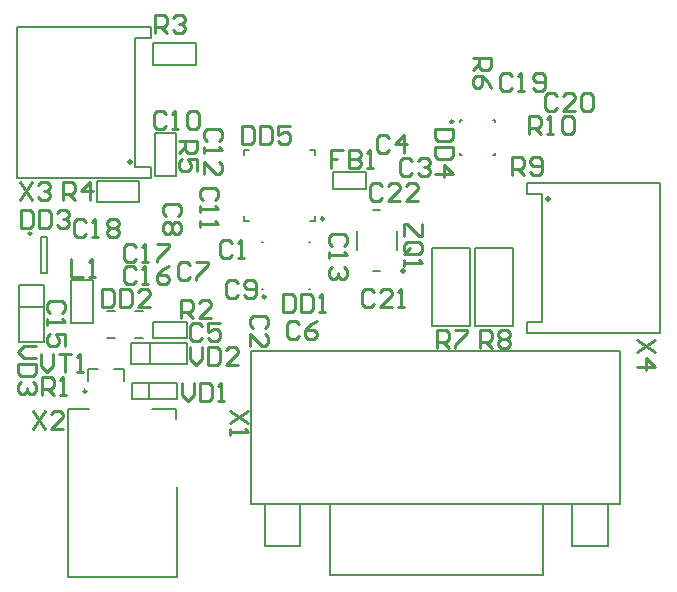
<source format=gto>
G04 Layer_Color=16777215*
%FSLAX43Y43*%
%MOMM*%
G71*
G01*
G75*
%ADD36C,0.250*%
%ADD44C,0.500*%
%ADD46C,0.100*%
%ADD47C,0.200*%
%ADD48C,0.254*%
D36*
X37150Y38625D02*
G03*
X37150Y38625I-125J0D01*
G01*
X26175Y30400D02*
G03*
X26175Y30400I-125J0D01*
G01*
X21250Y23800D02*
G03*
X21250Y23800I-125J0D01*
G01*
X1425Y29150D02*
G03*
X1425Y29150I-125J0D01*
G01*
X6075Y15800D02*
G03*
X6075Y15800I-125J0D01*
G01*
D44*
X45150Y32075D02*
D03*
X9725Y35250D02*
D03*
X32850Y25950D02*
D03*
D46*
X11300Y20325D02*
G03*
X11300Y20325I-50J0D01*
G01*
D47*
X37675Y38600D02*
Y38775D01*
X37850D01*
X40500D02*
X40675D01*
Y38600D02*
Y38775D01*
Y35775D02*
Y35950D01*
X40500Y35775D02*
X40675D01*
X37675D02*
Y35950D01*
Y35775D02*
X37850D01*
X39000Y21325D02*
X42200D01*
Y27925D01*
X39000D02*
X42200D01*
X39000Y21325D02*
Y27925D01*
X35350Y21350D02*
X38550D01*
Y27950D01*
X35350D02*
X38550D01*
X35350Y21350D02*
Y27950D01*
X44650Y21625D02*
Y32525D01*
X43350Y20725D02*
Y21625D01*
X44650D01*
X43350Y32525D02*
X44650D01*
X43350D02*
Y33450D01*
Y20725D02*
X54650D01*
Y33450D01*
X43350D02*
X54650D01*
X11850Y37625D02*
X13650D01*
X11850Y34025D02*
X13650D01*
Y37625D01*
X11850Y34025D02*
Y37625D01*
X6950Y31800D02*
Y33600D01*
X10550Y31800D02*
Y33600D01*
X6950D02*
X10550D01*
X6950Y31800D02*
X10550D01*
X10225Y34800D02*
Y45700D01*
X11525D02*
Y46600D01*
X10225Y45700D02*
X11525D01*
X10225Y34800D02*
X11525D01*
Y33875D02*
Y34800D01*
X225Y46600D02*
X11525D01*
X225Y33875D02*
Y46600D01*
Y33875D02*
X11525D01*
X26925Y34350D02*
X29725D01*
X26925Y32950D02*
X29725D01*
X26925D02*
Y34350D01*
X29725Y32950D02*
Y34350D01*
X32350Y27750D02*
Y29350D01*
X28950Y27750D02*
Y29350D01*
X30350Y25950D02*
X30950D01*
X30350Y31150D02*
X30950D01*
X24975Y36250D02*
X25400D01*
Y35825D02*
Y36250D01*
X19400D02*
X19825D01*
X19400Y35825D02*
Y36250D01*
Y30250D02*
Y30675D01*
Y30250D02*
X19825D01*
X24975D02*
X25400D01*
Y30675D01*
X20975Y24450D02*
X21025D01*
X20975D02*
Y24500D01*
Y28400D02*
Y28450D01*
X21025D01*
X24925D02*
X24975D01*
Y28400D02*
Y28450D01*
X24925Y24450D02*
X24975D01*
Y24500D01*
X20039Y6265D02*
Y19170D01*
X51281D01*
Y6265D02*
Y19170D01*
X20039Y6265D02*
X51281D01*
X26700Y265D02*
Y6265D01*
X44700Y265D02*
Y6265D01*
X26700Y265D02*
X44700D01*
X21200Y2660D02*
X24200D01*
Y6265D01*
X21200Y2660D02*
Y6265D01*
X47200Y2660D02*
Y6265D01*
X50200Y2660D02*
Y6265D01*
X47200Y2660D02*
X50200D01*
X2250Y28850D02*
X2750D01*
X2250Y25850D02*
X2750D01*
X2250D02*
Y28850D01*
X2750Y25850D02*
Y28850D01*
X4800Y25200D02*
X6600D01*
X4800Y21600D02*
X6600D01*
Y25200D01*
X4800Y21600D02*
Y25200D01*
X375Y22900D02*
X2475D01*
X375Y20000D02*
X2475D01*
Y24800D01*
X375D02*
X2475D01*
X375Y20000D02*
Y24800D01*
X10210Y20325D02*
X10850D01*
X7850D02*
X8490D01*
X10210Y22625D02*
X10850D01*
X7850D02*
X8490D01*
X11750Y20275D02*
Y21675D01*
X14550Y20275D02*
Y21675D01*
X11750D02*
X14550D01*
X11750Y20275D02*
X14550D01*
X14575Y18125D02*
Y19925D01*
X9875Y18125D02*
X14575D01*
X9875D02*
Y19925D01*
X14575D01*
X11475Y18125D02*
Y19925D01*
X6250Y16700D02*
Y17700D01*
X7050D01*
X9250Y16700D02*
Y17700D01*
X8450D02*
X9250D01*
X9975Y15125D02*
Y16525D01*
Y15125D02*
X13775D01*
Y16525D01*
X9975D02*
X13775D01*
X11375Y15125D02*
Y16525D01*
X4500Y100D02*
Y14300D01*
X13700Y13450D02*
Y14300D01*
X11600D02*
X13700D01*
X4500Y100D02*
X13725D01*
Y7700D01*
X4500Y14300D02*
X6300D01*
X15325Y43450D02*
Y45250D01*
X11725Y43450D02*
Y45250D01*
Y43450D02*
X15325D01*
X11725Y45250D02*
X15325D01*
D48*
X42091Y42470D02*
X41837Y42724D01*
X41329D01*
X41075Y42470D01*
Y41454D01*
X41329Y41200D01*
X41837D01*
X42091Y41454D01*
X42599Y41200D02*
X43106D01*
X42852D01*
Y42724D01*
X42599Y42470D01*
X43868Y41454D02*
X44122Y41200D01*
X44630D01*
X44884Y41454D01*
Y42470D01*
X44630Y42724D01*
X44122D01*
X43868Y42470D01*
Y42216D01*
X44122Y41962D01*
X44884D01*
X45891Y40820D02*
X45637Y41074D01*
X45129D01*
X44875Y40820D01*
Y39804D01*
X45129Y39550D01*
X45637D01*
X45891Y39804D01*
X47414Y39550D02*
X46399D01*
X47414Y40566D01*
Y40820D01*
X47160Y41074D01*
X46652D01*
X46399Y40820D01*
X47922D02*
X48176Y41074D01*
X48684D01*
X48938Y40820D01*
Y39804D01*
X48684Y39550D01*
X48176D01*
X47922Y39804D01*
Y40820D01*
X38775Y44025D02*
X40299D01*
Y43263D01*
X40045Y43009D01*
X39537D01*
X39283Y43263D01*
Y44025D01*
Y43517D02*
X38775Y43009D01*
X40299Y41486D02*
X40045Y41994D01*
X39537Y42501D01*
X39029D01*
X38775Y42248D01*
Y41740D01*
X39029Y41486D01*
X39283D01*
X39537Y41740D01*
Y42501D01*
X37099Y37975D02*
X35575D01*
Y37213D01*
X35829Y36959D01*
X36845D01*
X37099Y37213D01*
Y37975D01*
Y36451D02*
X35575D01*
Y35690D01*
X35829Y35436D01*
X36845D01*
X37099Y35690D01*
Y36451D01*
X35575Y34166D02*
X37099D01*
X36337Y34928D01*
Y33912D01*
X43575Y37575D02*
Y39099D01*
X44337D01*
X44591Y38845D01*
Y38337D01*
X44337Y38083D01*
X43575D01*
X44083D02*
X44591Y37575D01*
X45099D02*
X45606D01*
X45352D01*
Y39099D01*
X45099Y38845D01*
X46368D02*
X46622Y39099D01*
X47130D01*
X47384Y38845D01*
Y37829D01*
X47130Y37575D01*
X46622D01*
X46368Y37829D01*
Y38845D01*
X42125Y34075D02*
Y35599D01*
X42887D01*
X43141Y35345D01*
Y34837D01*
X42887Y34583D01*
X42125D01*
X42633D02*
X43141Y34075D01*
X43649Y34329D02*
X43902Y34075D01*
X44410D01*
X44664Y34329D01*
Y35345D01*
X44410Y35599D01*
X43902D01*
X43649Y35345D01*
Y35091D01*
X43902Y34837D01*
X44664D01*
X39400Y19425D02*
Y20949D01*
X40162D01*
X40416Y20695D01*
Y20187D01*
X40162Y19933D01*
X39400D01*
X39908D02*
X40416Y19425D01*
X40924Y20695D02*
X41177Y20949D01*
X41685D01*
X41939Y20695D01*
Y20441D01*
X41685Y20187D01*
X41939Y19933D01*
Y19679D01*
X41685Y19425D01*
X41177D01*
X40924Y19679D01*
Y19933D01*
X41177Y20187D01*
X40924Y20441D01*
Y20695D01*
X41177Y20187D02*
X41685D01*
X35775Y19425D02*
Y20949D01*
X36537D01*
X36791Y20695D01*
Y20187D01*
X36537Y19933D01*
X35775D01*
X36283D02*
X36791Y19425D01*
X37299Y20949D02*
X38314D01*
Y20695D01*
X37299Y19679D01*
Y19425D01*
X54224Y20175D02*
X52700Y19159D01*
X54224D02*
X52700Y20175D01*
Y17890D02*
X54224D01*
X53462Y18651D01*
Y17636D01*
X12791Y39295D02*
X12537Y39549D01*
X12029D01*
X11775Y39295D01*
Y38279D01*
X12029Y38025D01*
X12537D01*
X12791Y38279D01*
X13299Y38025D02*
X13806D01*
X13552D01*
Y39549D01*
X13299Y39295D01*
X14568D02*
X14822Y39549D01*
X15330D01*
X15584Y39295D01*
Y38279D01*
X15330Y38025D01*
X14822D01*
X14568Y38279D01*
Y39295D01*
X13925Y37025D02*
X15449D01*
Y36263D01*
X15195Y36009D01*
X14687D01*
X14433Y36263D01*
Y37025D01*
Y36517D02*
X13925Y36009D01*
X15449Y34486D02*
Y35501D01*
X14687D01*
X14941Y34994D01*
Y34740D01*
X14687Y34486D01*
X14179D01*
X13925Y34740D01*
Y35248D01*
X14179Y35501D01*
X4075Y32000D02*
Y33524D01*
X4837D01*
X5091Y33270D01*
Y32762D01*
X4837Y32508D01*
X4075D01*
X4583D02*
X5091Y32000D01*
X6360D02*
Y33524D01*
X5599Y32762D01*
X6614D01*
X450Y33524D02*
X1466Y32000D01*
Y33524D02*
X450Y32000D01*
X1974Y33270D02*
X2227Y33524D01*
X2735D01*
X2989Y33270D01*
Y33016D01*
X2735Y32762D01*
X2481D01*
X2735D01*
X2989Y32508D01*
Y32254D01*
X2735Y32000D01*
X2227D01*
X1974Y32254D01*
X33641Y35270D02*
X33387Y35524D01*
X32879D01*
X32625Y35270D01*
Y34254D01*
X32879Y34000D01*
X33387D01*
X33641Y34254D01*
X34149Y35270D02*
X34402Y35524D01*
X34910D01*
X35164Y35270D01*
Y35016D01*
X34910Y34762D01*
X34656D01*
X34910D01*
X35164Y34508D01*
Y34254D01*
X34910Y34000D01*
X34402D01*
X34149Y34254D01*
X31716Y37245D02*
X31462Y37499D01*
X30954D01*
X30700Y37245D01*
Y36229D01*
X30954Y35975D01*
X31462D01*
X31716Y36229D01*
X32985Y35975D02*
Y37499D01*
X32224Y36737D01*
X33239D01*
X27816Y36224D02*
X26800D01*
Y35462D01*
X27308D01*
X26800D01*
Y34700D01*
X28324Y36224D02*
Y34700D01*
X29085D01*
X29339Y34954D01*
Y35208D01*
X29085Y35462D01*
X28324D01*
X29085D01*
X29339Y35716D01*
Y35970D01*
X29085Y36224D01*
X28324D01*
X29847Y34700D02*
X30355D01*
X30101D01*
Y36224D01*
X29847Y35970D01*
X31116Y33195D02*
X30862Y33449D01*
X30354D01*
X30100Y33195D01*
Y32179D01*
X30354Y31925D01*
X30862D01*
X31116Y32179D01*
X32639Y31925D02*
X31624D01*
X32639Y32941D01*
Y33195D01*
X32385Y33449D01*
X31877D01*
X31624Y33195D01*
X34163Y31925D02*
X33147D01*
X34163Y32941D01*
Y33195D01*
X33909Y33449D01*
X33401D01*
X33147Y33195D01*
X34449Y30000D02*
Y28984D01*
X34195D01*
X33179Y30000D01*
X32925D01*
Y28984D01*
X33179Y27461D02*
X34195D01*
X34449Y27715D01*
Y28223D01*
X34195Y28476D01*
X33179D01*
X32925Y28223D01*
Y27715D01*
X33433Y27969D02*
X32925Y27461D01*
Y27715D02*
X33179Y27461D01*
X32925Y26953D02*
Y26445D01*
Y26699D01*
X34449D01*
X34195Y26953D01*
X30416Y24245D02*
X30162Y24499D01*
X29654D01*
X29400Y24245D01*
Y23229D01*
X29654Y22975D01*
X30162D01*
X30416Y23229D01*
X31939Y22975D02*
X30924D01*
X31939Y23991D01*
Y24245D01*
X31685Y24499D01*
X31177D01*
X30924Y24245D01*
X32447Y22975D02*
X32955D01*
X32701D01*
Y24499D01*
X32447Y24245D01*
X13870Y30659D02*
X14124Y30913D01*
Y31421D01*
X13870Y31675D01*
X12854D01*
X12600Y31421D01*
Y30913D01*
X12854Y30659D01*
X13870Y30151D02*
X14124Y29898D01*
Y29390D01*
X13870Y29136D01*
X13616D01*
X13362Y29390D01*
X13108Y29136D01*
X12854D01*
X12600Y29390D01*
Y29898D01*
X12854Y30151D01*
X13108D01*
X13362Y29898D01*
X13616Y30151D01*
X13870D01*
X13362Y29898D02*
Y29390D01*
X27845Y28059D02*
X28099Y28313D01*
Y28821D01*
X27845Y29075D01*
X26829D01*
X26575Y28821D01*
Y28313D01*
X26829Y28059D01*
X26575Y27551D02*
Y27044D01*
Y27298D01*
X28099D01*
X27845Y27551D01*
Y26282D02*
X28099Y26028D01*
Y25520D01*
X27845Y25266D01*
X27591D01*
X27337Y25520D01*
Y25774D01*
Y25520D01*
X27083Y25266D01*
X26829D01*
X26575Y25520D01*
Y26028D01*
X26829Y26282D01*
X19225Y38249D02*
Y36725D01*
X19987D01*
X20241Y36979D01*
Y37995D01*
X19987Y38249D01*
X19225D01*
X20749D02*
Y36725D01*
X21510D01*
X21764Y36979D01*
Y37995D01*
X21510Y38249D01*
X20749D01*
X23288D02*
X22272D01*
Y37487D01*
X22780Y37741D01*
X23034D01*
X23288Y37487D01*
Y36979D01*
X23034Y36725D01*
X22526D01*
X22272Y36979D01*
X17320Y37009D02*
X17574Y37263D01*
Y37771D01*
X17320Y38025D01*
X16304D01*
X16050Y37771D01*
Y37263D01*
X16304Y37009D01*
X16050Y36501D02*
Y35994D01*
Y36248D01*
X17574D01*
X17320Y36501D01*
X16050Y34216D02*
Y35232D01*
X17066Y34216D01*
X17320D01*
X17574Y34470D01*
Y34978D01*
X17320Y35232D01*
X16995Y31984D02*
X17249Y32238D01*
Y32746D01*
X16995Y33000D01*
X15979D01*
X15725Y32746D01*
Y32238D01*
X15979Y31984D01*
X15725Y31476D02*
Y30969D01*
Y31223D01*
X17249D01*
X16995Y31476D01*
X15725Y30207D02*
Y29699D01*
Y29953D01*
X17249D01*
X16995Y30207D01*
X14841Y26495D02*
X14587Y26749D01*
X14079D01*
X13825Y26495D01*
Y25479D01*
X14079Y25225D01*
X14587D01*
X14841Y25479D01*
X15349Y26749D02*
X16364D01*
Y26495D01*
X15349Y25479D01*
Y25225D01*
X18916Y24970D02*
X18662Y25224D01*
X18154D01*
X17900Y24970D01*
Y23954D01*
X18154Y23700D01*
X18662D01*
X18916Y23954D01*
X19424D02*
X19677Y23700D01*
X20185D01*
X20439Y23954D01*
Y24970D01*
X20185Y25224D01*
X19677D01*
X19424Y24970D01*
Y24716D01*
X19677Y24462D01*
X20439D01*
X21195Y21159D02*
X21449Y21413D01*
Y21921D01*
X21195Y22175D01*
X20179D01*
X19925Y21921D01*
Y21413D01*
X20179Y21159D01*
X19925Y19636D02*
Y20651D01*
X20941Y19636D01*
X21195D01*
X21449Y19890D01*
Y20398D01*
X21195Y20651D01*
X24116Y21495D02*
X23862Y21749D01*
X23354D01*
X23100Y21495D01*
Y20479D01*
X23354Y20225D01*
X23862D01*
X24116Y20479D01*
X25639Y21749D02*
X25131Y21495D01*
X24624Y20987D01*
Y20479D01*
X24877Y20225D01*
X25385D01*
X25639Y20479D01*
Y20733D01*
X25385Y20987D01*
X24624D01*
X18366Y28395D02*
X18112Y28649D01*
X17604D01*
X17350Y28395D01*
Y27379D01*
X17604Y27125D01*
X18112D01*
X18366Y27379D01*
X18874Y27125D02*
X19381D01*
X19127D01*
Y28649D01*
X18874Y28395D01*
X22750Y23999D02*
Y22475D01*
X23512D01*
X23766Y22729D01*
Y23745D01*
X23512Y23999D01*
X22750D01*
X24274D02*
Y22475D01*
X25035D01*
X25289Y22729D01*
Y23745D01*
X25035Y23999D01*
X24274D01*
X25797Y22475D02*
X26305D01*
X26051D01*
Y23999D01*
X25797Y23745D01*
X19724Y14100D02*
X18200Y13084D01*
X19724D02*
X18200Y14100D01*
Y12576D02*
Y12069D01*
Y12323D01*
X19724D01*
X19470Y12576D01*
X6066Y30145D02*
X5812Y30399D01*
X5304D01*
X5050Y30145D01*
Y29129D01*
X5304Y28875D01*
X5812D01*
X6066Y29129D01*
X6574Y28875D02*
X7081D01*
X6827D01*
Y30399D01*
X6574Y30145D01*
X7843D02*
X8097Y30399D01*
X8605D01*
X8859Y30145D01*
Y29891D01*
X8605Y29637D01*
X8859Y29383D01*
Y29129D01*
X8605Y28875D01*
X8097D01*
X7843Y29129D01*
Y29383D01*
X8097Y29637D01*
X7843Y29891D01*
Y30145D01*
X8097Y29637D02*
X8605D01*
X525Y31149D02*
Y29625D01*
X1287D01*
X1541Y29879D01*
Y30895D01*
X1287Y31149D01*
X525D01*
X2049D02*
Y29625D01*
X2810D01*
X3064Y29879D01*
Y30895D01*
X2810Y31149D01*
X2049D01*
X3572Y30895D02*
X3826Y31149D01*
X4334D01*
X4588Y30895D01*
Y30641D01*
X4334Y30387D01*
X4080D01*
X4334D01*
X4588Y30133D01*
Y29879D01*
X4334Y29625D01*
X3826D01*
X3572Y29879D01*
X10241Y26120D02*
X9987Y26374D01*
X9479D01*
X9225Y26120D01*
Y25104D01*
X9479Y24850D01*
X9987D01*
X10241Y25104D01*
X10749Y24850D02*
X11256D01*
X11002D01*
Y26374D01*
X10749Y26120D01*
X13034Y26374D02*
X12526Y26120D01*
X12018Y25612D01*
Y25104D01*
X12272Y24850D01*
X12780D01*
X13034Y25104D01*
Y25358D01*
X12780Y25612D01*
X12018D01*
X10241Y28020D02*
X9987Y28274D01*
X9479D01*
X9225Y28020D01*
Y27004D01*
X9479Y26750D01*
X9987D01*
X10241Y27004D01*
X10749Y26750D02*
X11256D01*
X11002D01*
Y28274D01*
X10749Y28020D01*
X12018Y28274D02*
X13034D01*
Y28020D01*
X12018Y27004D01*
Y26750D01*
X4775Y27024D02*
Y25500D01*
X5791D01*
X6299D02*
X6806D01*
X6552D01*
Y27024D01*
X6299Y26770D01*
X4020Y22409D02*
X4274Y22663D01*
Y23171D01*
X4020Y23425D01*
X3004D01*
X2750Y23171D01*
Y22663D01*
X3004Y22409D01*
X2750Y21901D02*
Y21394D01*
Y21648D01*
X4274D01*
X4020Y21901D01*
X4274Y19616D02*
Y20632D01*
X3512D01*
X3766Y20124D01*
Y19870D01*
X3512Y19616D01*
X3004D01*
X2750Y19870D01*
Y20378D01*
X3004Y20632D01*
X1849Y19650D02*
X833D01*
X325Y19142D01*
X833Y18634D01*
X1849D01*
Y18126D02*
X325D01*
Y17365D01*
X579Y17111D01*
X1595D01*
X1849Y17365D01*
Y18126D01*
X1595Y16603D02*
X1849Y16349D01*
Y15841D01*
X1595Y15587D01*
X1341D01*
X1087Y15841D01*
Y16095D01*
Y15841D01*
X833Y15587D01*
X579D01*
X325Y15841D01*
Y16349D01*
X579Y16603D01*
X14075Y22025D02*
Y23549D01*
X14837D01*
X15091Y23295D01*
Y22787D01*
X14837Y22533D01*
X14075D01*
X14583D02*
X15091Y22025D01*
X16614D02*
X15599D01*
X16614Y23041D01*
Y23295D01*
X16360Y23549D01*
X15852D01*
X15599Y23295D01*
X7375Y24449D02*
Y22925D01*
X8137D01*
X8391Y23179D01*
Y24195D01*
X8137Y24449D01*
X7375D01*
X8899D02*
Y22925D01*
X9660D01*
X9914Y23179D01*
Y24195D01*
X9660Y24449D01*
X8899D01*
X11438Y22925D02*
X10422D01*
X11438Y23941D01*
Y24195D01*
X11184Y24449D01*
X10676D01*
X10422Y24195D01*
X15841Y21345D02*
X15587Y21599D01*
X15079D01*
X14825Y21345D01*
Y20329D01*
X15079Y20075D01*
X15587D01*
X15841Y20329D01*
X17364Y21599D02*
X16349D01*
Y20837D01*
X16856Y21091D01*
X17110D01*
X17364Y20837D01*
Y20329D01*
X17110Y20075D01*
X16602D01*
X16349Y20329D01*
X14850Y19524D02*
Y18508D01*
X15358Y18000D01*
X15866Y18508D01*
Y19524D01*
X16374D02*
Y18000D01*
X17135D01*
X17389Y18254D01*
Y19270D01*
X17135Y19524D01*
X16374D01*
X18913Y18000D02*
X17897D01*
X18913Y19016D01*
Y19270D01*
X18659Y19524D01*
X18151D01*
X17897Y19270D01*
X2225Y18949D02*
Y17933D01*
X2733Y17425D01*
X3241Y17933D01*
Y18949D01*
X3749D02*
X4764D01*
X4256D01*
Y17425D01*
X5272D02*
X5780D01*
X5526D01*
Y18949D01*
X5272Y18695D01*
X2300Y15475D02*
Y16999D01*
X3062D01*
X3316Y16745D01*
Y16237D01*
X3062Y15983D01*
X2300D01*
X2808D02*
X3316Y15475D01*
X3824D02*
X4331D01*
X4077D01*
Y16999D01*
X3824Y16745D01*
X14200Y16524D02*
Y15508D01*
X14708Y15000D01*
X15216Y15508D01*
Y16524D01*
X15724D02*
Y15000D01*
X16485D01*
X16739Y15254D01*
Y16270D01*
X16485Y16524D01*
X15724D01*
X17247Y15000D02*
X17755D01*
X17501D01*
Y16524D01*
X17247Y16270D01*
X1575Y14124D02*
X2591Y12600D01*
Y14124D02*
X1575Y12600D01*
X4114D02*
X3099D01*
X4114Y13616D01*
Y13870D01*
X3860Y14124D01*
X3352D01*
X3099Y13870D01*
X11886Y46114D02*
Y47638D01*
X12648D01*
X12902Y47384D01*
Y46876D01*
X12648Y46622D01*
X11886D01*
X12394D02*
X12902Y46114D01*
X13410Y47384D02*
X13664Y47638D01*
X14172D01*
X14426Y47384D01*
Y47130D01*
X14172Y46876D01*
X13918D01*
X14172D01*
X14426Y46622D01*
Y46368D01*
X14172Y46114D01*
X13664D01*
X13410Y46368D01*
M02*

</source>
